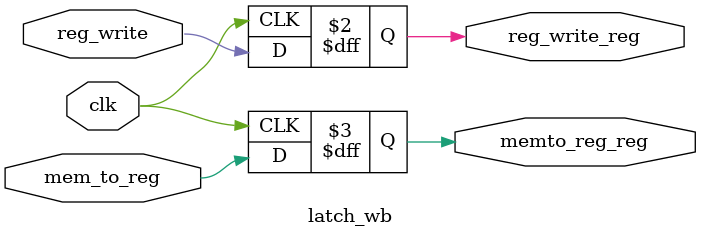
<source format=v>
`timescale 1ns / 1ps
module latch_wb(
	 input clk,
    input reg_write,
    input mem_to_reg,
    output reg reg_write_reg,
    output reg memto_reg_reg
    );
	
	 always @(posedge clk) begin
			reg_write_reg <= reg_write;
			memto_reg_reg <= mem_to_reg;
	 end

endmodule

</source>
